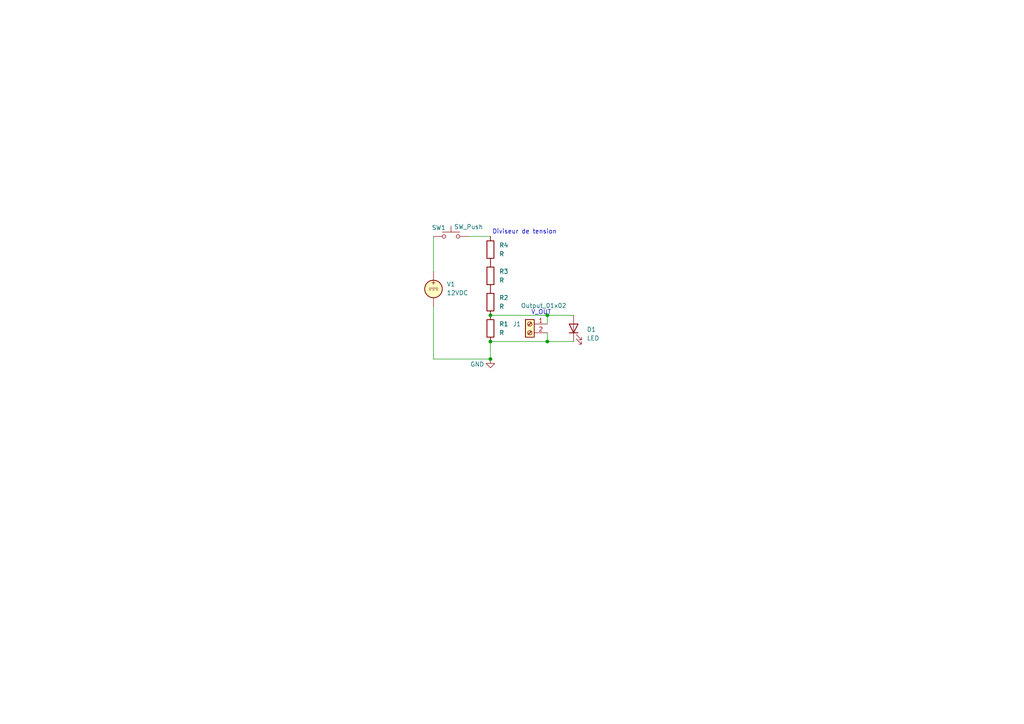
<source format=kicad_sch>
(kicad_sch
	(version 20250114)
	(generator "eeschema")
	(generator_version "9.0")
	(uuid "cdcf81af-fd14-4b9b-81a0-213bd048bf60")
	(paper "A4")
	(lib_symbols
		(symbol "Connector:Screw_Terminal_01x02"
			(pin_names
				(offset 1.016)
				(hide yes)
			)
			(exclude_from_sim no)
			(in_bom yes)
			(on_board yes)
			(property "Reference" "J"
				(at 0 2.54 0)
				(effects
					(font
						(size 1.27 1.27)
					)
				)
			)
			(property "Value" "Screw_Terminal_01x02"
				(at 0 -5.08 0)
				(effects
					(font
						(size 1.27 1.27)
					)
				)
			)
			(property "Footprint" ""
				(at 0 0 0)
				(effects
					(font
						(size 1.27 1.27)
					)
					(hide yes)
				)
			)
			(property "Datasheet" "~"
				(at 0 0 0)
				(effects
					(font
						(size 1.27 1.27)
					)
					(hide yes)
				)
			)
			(property "Description" "Generic screw terminal, single row, 01x02, script generated (kicad-library-utils/schlib/autogen/connector/)"
				(at 0 0 0)
				(effects
					(font
						(size 1.27 1.27)
					)
					(hide yes)
				)
			)
			(property "ki_keywords" "screw terminal"
				(at 0 0 0)
				(effects
					(font
						(size 1.27 1.27)
					)
					(hide yes)
				)
			)
			(property "ki_fp_filters" "TerminalBlock*:*"
				(at 0 0 0)
				(effects
					(font
						(size 1.27 1.27)
					)
					(hide yes)
				)
			)
			(symbol "Screw_Terminal_01x02_1_1"
				(rectangle
					(start -1.27 1.27)
					(end 1.27 -3.81)
					(stroke
						(width 0.254)
						(type default)
					)
					(fill
						(type background)
					)
				)
				(polyline
					(pts
						(xy -0.5334 0.3302) (xy 0.3302 -0.508)
					)
					(stroke
						(width 0.1524)
						(type default)
					)
					(fill
						(type none)
					)
				)
				(polyline
					(pts
						(xy -0.5334 -2.2098) (xy 0.3302 -3.048)
					)
					(stroke
						(width 0.1524)
						(type default)
					)
					(fill
						(type none)
					)
				)
				(polyline
					(pts
						(xy -0.3556 0.508) (xy 0.508 -0.3302)
					)
					(stroke
						(width 0.1524)
						(type default)
					)
					(fill
						(type none)
					)
				)
				(polyline
					(pts
						(xy -0.3556 -2.032) (xy 0.508 -2.8702)
					)
					(stroke
						(width 0.1524)
						(type default)
					)
					(fill
						(type none)
					)
				)
				(circle
					(center 0 0)
					(radius 0.635)
					(stroke
						(width 0.1524)
						(type default)
					)
					(fill
						(type none)
					)
				)
				(circle
					(center 0 -2.54)
					(radius 0.635)
					(stroke
						(width 0.1524)
						(type default)
					)
					(fill
						(type none)
					)
				)
				(pin passive line
					(at -5.08 0 0)
					(length 3.81)
					(name "Pin_1"
						(effects
							(font
								(size 1.27 1.27)
							)
						)
					)
					(number "1"
						(effects
							(font
								(size 1.27 1.27)
							)
						)
					)
				)
				(pin passive line
					(at -5.08 -2.54 0)
					(length 3.81)
					(name "Pin_2"
						(effects
							(font
								(size 1.27 1.27)
							)
						)
					)
					(number "2"
						(effects
							(font
								(size 1.27 1.27)
							)
						)
					)
				)
			)
			(embedded_fonts no)
		)
		(symbol "Device:LED"
			(pin_numbers
				(hide yes)
			)
			(pin_names
				(offset 1.016)
				(hide yes)
			)
			(exclude_from_sim no)
			(in_bom yes)
			(on_board yes)
			(property "Reference" "D"
				(at 0 2.54 0)
				(effects
					(font
						(size 1.27 1.27)
					)
				)
			)
			(property "Value" "LED"
				(at 0 -2.54 0)
				(effects
					(font
						(size 1.27 1.27)
					)
				)
			)
			(property "Footprint" ""
				(at 0 0 0)
				(effects
					(font
						(size 1.27 1.27)
					)
					(hide yes)
				)
			)
			(property "Datasheet" "~"
				(at 0 0 0)
				(effects
					(font
						(size 1.27 1.27)
					)
					(hide yes)
				)
			)
			(property "Description" "Light emitting diode"
				(at 0 0 0)
				(effects
					(font
						(size 1.27 1.27)
					)
					(hide yes)
				)
			)
			(property "Sim.Pins" "1=K 2=A"
				(at 0 0 0)
				(effects
					(font
						(size 1.27 1.27)
					)
					(hide yes)
				)
			)
			(property "ki_keywords" "LED diode"
				(at 0 0 0)
				(effects
					(font
						(size 1.27 1.27)
					)
					(hide yes)
				)
			)
			(property "ki_fp_filters" "LED* LED_SMD:* LED_THT:*"
				(at 0 0 0)
				(effects
					(font
						(size 1.27 1.27)
					)
					(hide yes)
				)
			)
			(symbol "LED_0_1"
				(polyline
					(pts
						(xy -3.048 -0.762) (xy -4.572 -2.286) (xy -3.81 -2.286) (xy -4.572 -2.286) (xy -4.572 -1.524)
					)
					(stroke
						(width 0)
						(type default)
					)
					(fill
						(type none)
					)
				)
				(polyline
					(pts
						(xy -1.778 -0.762) (xy -3.302 -2.286) (xy -2.54 -2.286) (xy -3.302 -2.286) (xy -3.302 -1.524)
					)
					(stroke
						(width 0)
						(type default)
					)
					(fill
						(type none)
					)
				)
				(polyline
					(pts
						(xy -1.27 0) (xy 1.27 0)
					)
					(stroke
						(width 0)
						(type default)
					)
					(fill
						(type none)
					)
				)
				(polyline
					(pts
						(xy -1.27 -1.27) (xy -1.27 1.27)
					)
					(stroke
						(width 0.254)
						(type default)
					)
					(fill
						(type none)
					)
				)
				(polyline
					(pts
						(xy 1.27 -1.27) (xy 1.27 1.27) (xy -1.27 0) (xy 1.27 -1.27)
					)
					(stroke
						(width 0.254)
						(type default)
					)
					(fill
						(type none)
					)
				)
			)
			(symbol "LED_1_1"
				(pin passive line
					(at -3.81 0 0)
					(length 2.54)
					(name "K"
						(effects
							(font
								(size 1.27 1.27)
							)
						)
					)
					(number "1"
						(effects
							(font
								(size 1.27 1.27)
							)
						)
					)
				)
				(pin passive line
					(at 3.81 0 180)
					(length 2.54)
					(name "A"
						(effects
							(font
								(size 1.27 1.27)
							)
						)
					)
					(number "2"
						(effects
							(font
								(size 1.27 1.27)
							)
						)
					)
				)
			)
			(embedded_fonts no)
		)
		(symbol "Device:R"
			(pin_numbers
				(hide yes)
			)
			(pin_names
				(offset 0)
			)
			(exclude_from_sim no)
			(in_bom yes)
			(on_board yes)
			(property "Reference" "R"
				(at 2.032 0 90)
				(effects
					(font
						(size 1.27 1.27)
					)
				)
			)
			(property "Value" "R"
				(at 0 0 90)
				(effects
					(font
						(size 1.27 1.27)
					)
				)
			)
			(property "Footprint" ""
				(at -1.778 0 90)
				(effects
					(font
						(size 1.27 1.27)
					)
					(hide yes)
				)
			)
			(property "Datasheet" "~"
				(at 0 0 0)
				(effects
					(font
						(size 1.27 1.27)
					)
					(hide yes)
				)
			)
			(property "Description" "Resistor"
				(at 0 0 0)
				(effects
					(font
						(size 1.27 1.27)
					)
					(hide yes)
				)
			)
			(property "ki_keywords" "R res resistor"
				(at 0 0 0)
				(effects
					(font
						(size 1.27 1.27)
					)
					(hide yes)
				)
			)
			(property "ki_fp_filters" "R_*"
				(at 0 0 0)
				(effects
					(font
						(size 1.27 1.27)
					)
					(hide yes)
				)
			)
			(symbol "R_0_1"
				(rectangle
					(start -1.016 -2.54)
					(end 1.016 2.54)
					(stroke
						(width 0.254)
						(type default)
					)
					(fill
						(type none)
					)
				)
			)
			(symbol "R_1_1"
				(pin passive line
					(at 0 3.81 270)
					(length 1.27)
					(name "~"
						(effects
							(font
								(size 1.27 1.27)
							)
						)
					)
					(number "1"
						(effects
							(font
								(size 1.27 1.27)
							)
						)
					)
				)
				(pin passive line
					(at 0 -3.81 90)
					(length 1.27)
					(name "~"
						(effects
							(font
								(size 1.27 1.27)
							)
						)
					)
					(number "2"
						(effects
							(font
								(size 1.27 1.27)
							)
						)
					)
				)
			)
			(embedded_fonts no)
		)
		(symbol "Simulation_SPICE:VDC"
			(pin_numbers
				(hide yes)
			)
			(pin_names
				(offset 0.0254)
			)
			(exclude_from_sim no)
			(in_bom yes)
			(on_board yes)
			(property "Reference" "V"
				(at 2.54 2.54 0)
				(effects
					(font
						(size 1.27 1.27)
					)
					(justify left)
				)
			)
			(property "Value" "1"
				(at 2.54 0 0)
				(effects
					(font
						(size 1.27 1.27)
					)
					(justify left)
				)
			)
			(property "Footprint" ""
				(at 0 0 0)
				(effects
					(font
						(size 1.27 1.27)
					)
					(hide yes)
				)
			)
			(property "Datasheet" "https://ngspice.sourceforge.io/docs/ngspice-html-manual/manual.xhtml#sec_Independent_Sources_for"
				(at 0 0 0)
				(effects
					(font
						(size 1.27 1.27)
					)
					(hide yes)
				)
			)
			(property "Description" "Voltage source, DC"
				(at 0 0 0)
				(effects
					(font
						(size 1.27 1.27)
					)
					(hide yes)
				)
			)
			(property "Sim.Pins" "1=+ 2=-"
				(at 0 0 0)
				(effects
					(font
						(size 1.27 1.27)
					)
					(hide yes)
				)
			)
			(property "Sim.Type" "DC"
				(at 0 0 0)
				(effects
					(font
						(size 1.27 1.27)
					)
					(hide yes)
				)
			)
			(property "Sim.Device" "V"
				(at 0 0 0)
				(effects
					(font
						(size 1.27 1.27)
					)
					(justify left)
					(hide yes)
				)
			)
			(property "ki_keywords" "simulation"
				(at 0 0 0)
				(effects
					(font
						(size 1.27 1.27)
					)
					(hide yes)
				)
			)
			(symbol "VDC_0_0"
				(polyline
					(pts
						(xy -1.27 0.254) (xy 1.27 0.254)
					)
					(stroke
						(width 0)
						(type default)
					)
					(fill
						(type none)
					)
				)
				(polyline
					(pts
						(xy -0.762 -0.254) (xy -1.27 -0.254)
					)
					(stroke
						(width 0)
						(type default)
					)
					(fill
						(type none)
					)
				)
				(polyline
					(pts
						(xy 0.254 -0.254) (xy -0.254 -0.254)
					)
					(stroke
						(width 0)
						(type default)
					)
					(fill
						(type none)
					)
				)
				(polyline
					(pts
						(xy 1.27 -0.254) (xy 0.762 -0.254)
					)
					(stroke
						(width 0)
						(type default)
					)
					(fill
						(type none)
					)
				)
				(text "+"
					(at 0 1.905 0)
					(effects
						(font
							(size 1.27 1.27)
						)
					)
				)
			)
			(symbol "VDC_0_1"
				(circle
					(center 0 0)
					(radius 2.54)
					(stroke
						(width 0.254)
						(type default)
					)
					(fill
						(type background)
					)
				)
			)
			(symbol "VDC_1_1"
				(pin passive line
					(at 0 5.08 270)
					(length 2.54)
					(name "~"
						(effects
							(font
								(size 1.27 1.27)
							)
						)
					)
					(number "1"
						(effects
							(font
								(size 1.27 1.27)
							)
						)
					)
				)
				(pin passive line
					(at 0 -5.08 90)
					(length 2.54)
					(name "~"
						(effects
							(font
								(size 1.27 1.27)
							)
						)
					)
					(number "2"
						(effects
							(font
								(size 1.27 1.27)
							)
						)
					)
				)
			)
			(embedded_fonts no)
		)
		(symbol "Switch:SW_Push"
			(pin_numbers
				(hide yes)
			)
			(pin_names
				(offset 1.016)
				(hide yes)
			)
			(exclude_from_sim no)
			(in_bom yes)
			(on_board yes)
			(property "Reference" "SW"
				(at 1.27 2.54 0)
				(effects
					(font
						(size 1.27 1.27)
					)
					(justify left)
				)
			)
			(property "Value" "SW_Push"
				(at 0 -1.524 0)
				(effects
					(font
						(size 1.27 1.27)
					)
				)
			)
			(property "Footprint" ""
				(at 0 5.08 0)
				(effects
					(font
						(size 1.27 1.27)
					)
					(hide yes)
				)
			)
			(property "Datasheet" "~"
				(at 0 5.08 0)
				(effects
					(font
						(size 1.27 1.27)
					)
					(hide yes)
				)
			)
			(property "Description" "Push button switch, generic, two pins"
				(at 0 0 0)
				(effects
					(font
						(size 1.27 1.27)
					)
					(hide yes)
				)
			)
			(property "ki_keywords" "switch normally-open pushbutton push-button"
				(at 0 0 0)
				(effects
					(font
						(size 1.27 1.27)
					)
					(hide yes)
				)
			)
			(symbol "SW_Push_0_1"
				(circle
					(center -2.032 0)
					(radius 0.508)
					(stroke
						(width 0)
						(type default)
					)
					(fill
						(type none)
					)
				)
				(polyline
					(pts
						(xy 0 1.27) (xy 0 3.048)
					)
					(stroke
						(width 0)
						(type default)
					)
					(fill
						(type none)
					)
				)
				(circle
					(center 2.032 0)
					(radius 0.508)
					(stroke
						(width 0)
						(type default)
					)
					(fill
						(type none)
					)
				)
				(polyline
					(pts
						(xy 2.54 1.27) (xy -2.54 1.27)
					)
					(stroke
						(width 0)
						(type default)
					)
					(fill
						(type none)
					)
				)
				(pin passive line
					(at -5.08 0 0)
					(length 2.54)
					(name "1"
						(effects
							(font
								(size 1.27 1.27)
							)
						)
					)
					(number "1"
						(effects
							(font
								(size 1.27 1.27)
							)
						)
					)
				)
				(pin passive line
					(at 5.08 0 180)
					(length 2.54)
					(name "2"
						(effects
							(font
								(size 1.27 1.27)
							)
						)
					)
					(number "2"
						(effects
							(font
								(size 1.27 1.27)
							)
						)
					)
				)
			)
			(embedded_fonts no)
		)
		(symbol "power:GND"
			(power)
			(pin_numbers
				(hide yes)
			)
			(pin_names
				(offset 0)
				(hide yes)
			)
			(exclude_from_sim no)
			(in_bom yes)
			(on_board yes)
			(property "Reference" "#PWR"
				(at 0 -6.35 0)
				(effects
					(font
						(size 1.27 1.27)
					)
					(hide yes)
				)
			)
			(property "Value" "GND"
				(at 0 -3.81 0)
				(effects
					(font
						(size 1.27 1.27)
					)
				)
			)
			(property "Footprint" ""
				(at 0 0 0)
				(effects
					(font
						(size 1.27 1.27)
					)
					(hide yes)
				)
			)
			(property "Datasheet" ""
				(at 0 0 0)
				(effects
					(font
						(size 1.27 1.27)
					)
					(hide yes)
				)
			)
			(property "Description" "Power symbol creates a global label with name \"GND\" , ground"
				(at 0 0 0)
				(effects
					(font
						(size 1.27 1.27)
					)
					(hide yes)
				)
			)
			(property "ki_keywords" "global power"
				(at 0 0 0)
				(effects
					(font
						(size 1.27 1.27)
					)
					(hide yes)
				)
			)
			(symbol "GND_0_1"
				(polyline
					(pts
						(xy 0 0) (xy 0 -1.27) (xy 1.27 -1.27) (xy 0 -2.54) (xy -1.27 -1.27) (xy 0 -1.27)
					)
					(stroke
						(width 0)
						(type default)
					)
					(fill
						(type none)
					)
				)
			)
			(symbol "GND_1_1"
				(pin power_in line
					(at 0 0 270)
					(length 0)
					(name "~"
						(effects
							(font
								(size 1.27 1.27)
							)
						)
					)
					(number "1"
						(effects
							(font
								(size 1.27 1.27)
							)
						)
					)
				)
			)
			(embedded_fonts no)
		)
	)
	(text "V_OUT"
		(exclude_from_sim no)
		(at 156.972 90.678 0)
		(effects
			(font
				(size 1.27 1.27)
			)
		)
		(uuid "751531a1-3bb5-4b61-9f10-413f6ff00a78")
	)
	(text "Diviseur de tension"
		(exclude_from_sim no)
		(at 152.146 67.31 0)
		(effects
			(font
				(size 1.27 1.27)
			)
		)
		(uuid "df422f37-e0c6-48b4-8727-0967b6e1aedd")
	)
	(junction
		(at 142.24 104.14)
		(diameter 0)
		(color 0 0 0 0)
		(uuid "61a6a1a5-88ee-4ff4-bc59-62887807e103")
	)
	(junction
		(at 158.75 99.06)
		(diameter 0)
		(color 0 0 0 0)
		(uuid "6442f619-b33f-48cd-ad86-a4973f8e2855")
	)
	(junction
		(at 142.24 99.06)
		(diameter 0)
		(color 0 0 0 0)
		(uuid "6c133840-65bd-48a6-9fc0-3a097ff30f5b")
	)
	(junction
		(at 142.24 91.44)
		(diameter 0)
		(color 0 0 0 0)
		(uuid "d42588ff-61bb-4883-bf51-d1a158fab02a")
	)
	(junction
		(at 158.75 91.44)
		(diameter 0)
		(color 0 0 0 0)
		(uuid "e10d4d39-6685-4584-bc7c-47c8fd35e932")
	)
	(wire
		(pts
			(xy 125.73 104.14) (xy 142.24 104.14)
		)
		(stroke
			(width 0)
			(type default)
		)
		(uuid "41250525-6100-40c9-9500-b8f9a41a92df")
	)
	(wire
		(pts
			(xy 125.73 68.58) (xy 125.73 78.74)
		)
		(stroke
			(width 0)
			(type default)
		)
		(uuid "4c1fd295-23d2-4889-986b-5f6c09ef7479")
	)
	(wire
		(pts
			(xy 142.24 91.44) (xy 158.75 91.44)
		)
		(stroke
			(width 0)
			(type default)
		)
		(uuid "8253f5b0-e488-437c-aca2-081b74d1fe1f")
	)
	(wire
		(pts
			(xy 142.24 99.06) (xy 158.75 99.06)
		)
		(stroke
			(width 0)
			(type default)
		)
		(uuid "a16cc1a3-0ed2-4e73-a72e-db0faf19e81a")
	)
	(wire
		(pts
			(xy 158.75 91.44) (xy 158.75 93.98)
		)
		(stroke
			(width 0)
			(type default)
		)
		(uuid "c7482d8f-37b3-467d-81fb-97e9d9f857f6")
	)
	(wire
		(pts
			(xy 158.75 96.52) (xy 158.75 99.06)
		)
		(stroke
			(width 0)
			(type default)
		)
		(uuid "ce19931e-e40c-4c3d-af3e-3a1c431d85d3")
	)
	(wire
		(pts
			(xy 158.75 99.06) (xy 166.37 99.06)
		)
		(stroke
			(width 0)
			(type default)
		)
		(uuid "d32992d6-b01b-47d3-a257-526409134ccd")
	)
	(wire
		(pts
			(xy 142.24 99.06) (xy 142.24 104.14)
		)
		(stroke
			(width 0)
			(type default)
		)
		(uuid "d6b45064-11b4-4958-9acb-aedcea6565b7")
	)
	(wire
		(pts
			(xy 158.75 91.44) (xy 166.37 91.44)
		)
		(stroke
			(width 0)
			(type default)
		)
		(uuid "eb009e2c-fd7b-42a8-853d-97ddac792bd2")
	)
	(wire
		(pts
			(xy 135.89 68.58) (xy 142.24 68.58)
		)
		(stroke
			(width 0)
			(type default)
		)
		(uuid "ebaa35ee-ff6e-4310-948b-a396517e6c72")
	)
	(wire
		(pts
			(xy 125.73 88.9) (xy 125.73 104.14)
		)
		(stroke
			(width 0)
			(type default)
		)
		(uuid "fdaca225-d8cf-429d-957f-03df1e9d96ff")
	)
	(symbol
		(lib_id "Device:R")
		(at 142.24 95.25 0)
		(unit 1)
		(exclude_from_sim no)
		(in_bom yes)
		(on_board yes)
		(dnp no)
		(fields_autoplaced yes)
		(uuid "743672a0-3824-43db-8568-372b6b14740c")
		(property "Reference" "R1"
			(at 144.78 93.9799 0)
			(effects
				(font
					(size 1.27 1.27)
				)
				(justify left)
			)
		)
		(property "Value" "R"
			(at 144.78 96.5199 0)
			(effects
				(font
					(size 1.27 1.27)
				)
				(justify left)
			)
		)
		(property "Footprint" ""
			(at 140.462 95.25 90)
			(effects
				(font
					(size 1.27 1.27)
				)
				(hide yes)
			)
		)
		(property "Datasheet" "~"
			(at 142.24 95.25 0)
			(effects
				(font
					(size 1.27 1.27)
				)
				(hide yes)
			)
		)
		(property "Description" "Resistor"
			(at 142.24 95.25 0)
			(effects
				(font
					(size 1.27 1.27)
				)
				(hide yes)
			)
		)
		(pin "2"
			(uuid "8e2e35e9-8063-4580-954e-d386b72477e4")
		)
		(pin "1"
			(uuid "dc1ab5a4-b779-4571-990d-57fd22e18abc")
		)
		(instances
			(project ""
				(path "/cdcf81af-fd14-4b9b-81a0-213bd048bf60"
					(reference "R1")
					(unit 1)
				)
			)
		)
	)
	(symbol
		(lib_id "power:GND")
		(at 142.24 104.14 0)
		(unit 1)
		(exclude_from_sim no)
		(in_bom yes)
		(on_board yes)
		(dnp no)
		(uuid "780876e6-5a2c-45b9-9065-f1f426839c49")
		(property "Reference" "#PWR01"
			(at 142.24 110.49 0)
			(effects
				(font
					(size 1.27 1.27)
				)
				(hide yes)
			)
		)
		(property "Value" "GND"
			(at 138.43 105.664 0)
			(effects
				(font
					(size 1.27 1.27)
				)
			)
		)
		(property "Footprint" ""
			(at 142.24 104.14 0)
			(effects
				(font
					(size 1.27 1.27)
				)
				(hide yes)
			)
		)
		(property "Datasheet" ""
			(at 142.24 104.14 0)
			(effects
				(font
					(size 1.27 1.27)
				)
				(hide yes)
			)
		)
		(property "Description" "Power symbol creates a global label with name \"GND\" , ground"
			(at 142.24 104.14 0)
			(effects
				(font
					(size 1.27 1.27)
				)
				(hide yes)
			)
		)
		(pin "1"
			(uuid "47f4ed51-9487-4daa-9d5b-3d9187ce4c87")
		)
		(instances
			(project ""
				(path "/cdcf81af-fd14-4b9b-81a0-213bd048bf60"
					(reference "#PWR01")
					(unit 1)
				)
			)
		)
	)
	(symbol
		(lib_id "Simulation_SPICE:VDC")
		(at 125.73 83.82 0)
		(unit 1)
		(exclude_from_sim no)
		(in_bom yes)
		(on_board yes)
		(dnp no)
		(fields_autoplaced yes)
		(uuid "798bf410-c485-4e84-845f-a50c6769351d")
		(property "Reference" "V1"
			(at 129.54 82.4201 0)
			(effects
				(font
					(size 1.27 1.27)
				)
				(justify left)
			)
		)
		(property "Value" "12VDC"
			(at 129.54 84.9601 0)
			(effects
				(font
					(size 1.27 1.27)
				)
				(justify left)
			)
		)
		(property "Footprint" ""
			(at 125.73 83.82 0)
			(effects
				(font
					(size 1.27 1.27)
				)
				(hide yes)
			)
		)
		(property "Datasheet" "https://ngspice.sourceforge.io/docs/ngspice-html-manual/manual.xhtml#sec_Independent_Sources_for"
			(at 125.73 83.82 0)
			(effects
				(font
					(size 1.27 1.27)
				)
				(hide yes)
			)
		)
		(property "Description" "Voltage source, DC"
			(at 125.73 83.82 0)
			(effects
				(font
					(size 1.27 1.27)
				)
				(hide yes)
			)
		)
		(property "Sim.Pins" "1=+ 2=-"
			(at 125.73 83.82 0)
			(effects
				(font
					(size 1.27 1.27)
				)
				(hide yes)
			)
		)
		(property "Sim.Type" "DC"
			(at 125.73 83.82 0)
			(effects
				(font
					(size 1.27 1.27)
				)
				(hide yes)
			)
		)
		(property "Sim.Device" "V"
			(at 125.73 83.82 0)
			(effects
				(font
					(size 1.27 1.27)
				)
				(justify left)
				(hide yes)
			)
		)
		(pin "1"
			(uuid "ed0da0e7-9f97-4cca-9649-472697d9db61")
		)
		(pin "2"
			(uuid "68b3dc58-ccf6-45fa-8acd-f769f0b161c2")
		)
		(instances
			(project ""
				(path "/cdcf81af-fd14-4b9b-81a0-213bd048bf60"
					(reference "V1")
					(unit 1)
				)
			)
		)
	)
	(symbol
		(lib_id "Device:R")
		(at 142.24 80.01 0)
		(unit 1)
		(exclude_from_sim no)
		(in_bom yes)
		(on_board yes)
		(dnp no)
		(fields_autoplaced yes)
		(uuid "7ddcad10-6935-47fd-9884-8448adfc2d41")
		(property "Reference" "R3"
			(at 144.78 78.7399 0)
			(effects
				(font
					(size 1.27 1.27)
				)
				(justify left)
			)
		)
		(property "Value" "R"
			(at 144.78 81.2799 0)
			(effects
				(font
					(size 1.27 1.27)
				)
				(justify left)
			)
		)
		(property "Footprint" ""
			(at 140.462 80.01 90)
			(effects
				(font
					(size 1.27 1.27)
				)
				(hide yes)
			)
		)
		(property "Datasheet" "~"
			(at 142.24 80.01 0)
			(effects
				(font
					(size 1.27 1.27)
				)
				(hide yes)
			)
		)
		(property "Description" "Resistor"
			(at 142.24 80.01 0)
			(effects
				(font
					(size 1.27 1.27)
				)
				(hide yes)
			)
		)
		(pin "2"
			(uuid "dc9eb90a-b937-4a7b-b836-f8822b40d7c8")
		)
		(pin "1"
			(uuid "1012dcfc-022d-444f-9a28-74a8e985fde4")
		)
		(instances
			(project "Diviseur_tension"
				(path "/cdcf81af-fd14-4b9b-81a0-213bd048bf60"
					(reference "R3")
					(unit 1)
				)
			)
		)
	)
	(symbol
		(lib_id "Device:R")
		(at 142.24 87.63 0)
		(unit 1)
		(exclude_from_sim no)
		(in_bom yes)
		(on_board yes)
		(dnp no)
		(fields_autoplaced yes)
		(uuid "82c2fa89-c5c6-43c9-8b31-11ec9a78a9e8")
		(property "Reference" "R2"
			(at 144.78 86.3599 0)
			(effects
				(font
					(size 1.27 1.27)
				)
				(justify left)
			)
		)
		(property "Value" "R"
			(at 144.78 88.8999 0)
			(effects
				(font
					(size 1.27 1.27)
				)
				(justify left)
			)
		)
		(property "Footprint" ""
			(at 140.462 87.63 90)
			(effects
				(font
					(size 1.27 1.27)
				)
				(hide yes)
			)
		)
		(property "Datasheet" "~"
			(at 142.24 87.63 0)
			(effects
				(font
					(size 1.27 1.27)
				)
				(hide yes)
			)
		)
		(property "Description" "Resistor"
			(at 142.24 87.63 0)
			(effects
				(font
					(size 1.27 1.27)
				)
				(hide yes)
			)
		)
		(pin "2"
			(uuid "b0b54f9a-ebc1-4da5-93b3-f8bba6d896d3")
		)
		(pin "1"
			(uuid "504f539e-102f-4ae4-beb9-e9d053eb0933")
		)
		(instances
			(project "Diviseur_tension"
				(path "/cdcf81af-fd14-4b9b-81a0-213bd048bf60"
					(reference "R2")
					(unit 1)
				)
			)
		)
	)
	(symbol
		(lib_id "Device:LED")
		(at 166.37 95.25 90)
		(unit 1)
		(exclude_from_sim no)
		(in_bom yes)
		(on_board yes)
		(dnp no)
		(fields_autoplaced yes)
		(uuid "c804ac27-cb08-404f-94c7-96cce2fefdcb")
		(property "Reference" "D1"
			(at 170.18 95.5674 90)
			(effects
				(font
					(size 1.27 1.27)
				)
				(justify right)
			)
		)
		(property "Value" "LED"
			(at 170.18 98.1074 90)
			(effects
				(font
					(size 1.27 1.27)
				)
				(justify right)
			)
		)
		(property "Footprint" ""
			(at 166.37 95.25 0)
			(effects
				(font
					(size 1.27 1.27)
				)
				(hide yes)
			)
		)
		(property "Datasheet" "~"
			(at 166.37 95.25 0)
			(effects
				(font
					(size 1.27 1.27)
				)
				(hide yes)
			)
		)
		(property "Description" "Light emitting diode"
			(at 166.37 95.25 0)
			(effects
				(font
					(size 1.27 1.27)
				)
				(hide yes)
			)
		)
		(property "Sim.Pins" "1=K 2=A"
			(at 166.37 95.25 0)
			(effects
				(font
					(size 1.27 1.27)
				)
				(hide yes)
			)
		)
		(pin "2"
			(uuid "6e5c3f0e-6706-467e-9301-2fe5eff19cc8")
		)
		(pin "1"
			(uuid "a0a18a6e-1843-4451-b9f1-c015561476e7")
		)
		(instances
			(project ""
				(path "/cdcf81af-fd14-4b9b-81a0-213bd048bf60"
					(reference "D1")
					(unit 1)
				)
			)
		)
	)
	(symbol
		(lib_id "Device:R")
		(at 142.24 72.39 0)
		(unit 1)
		(exclude_from_sim no)
		(in_bom yes)
		(on_board yes)
		(dnp no)
		(fields_autoplaced yes)
		(uuid "ea93646e-e3d8-4d35-a15e-7d2e534e8672")
		(property "Reference" "R4"
			(at 144.78 71.1199 0)
			(effects
				(font
					(size 1.27 1.27)
				)
				(justify left)
			)
		)
		(property "Value" "R"
			(at 144.78 73.6599 0)
			(effects
				(font
					(size 1.27 1.27)
				)
				(justify left)
			)
		)
		(property "Footprint" ""
			(at 140.462 72.39 90)
			(effects
				(font
					(size 1.27 1.27)
				)
				(hide yes)
			)
		)
		(property "Datasheet" "~"
			(at 142.24 72.39 0)
			(effects
				(font
					(size 1.27 1.27)
				)
				(hide yes)
			)
		)
		(property "Description" "Resistor"
			(at 142.24 72.39 0)
			(effects
				(font
					(size 1.27 1.27)
				)
				(hide yes)
			)
		)
		(pin "2"
			(uuid "03d2d211-e504-41e2-a43c-ed5181f1a583")
		)
		(pin "1"
			(uuid "68223cba-de56-447c-8d9f-8a35bea84a35")
		)
		(instances
			(project "Diviseur_tension"
				(path "/cdcf81af-fd14-4b9b-81a0-213bd048bf60"
					(reference "R4")
					(unit 1)
				)
			)
		)
	)
	(symbol
		(lib_id "Connector:Screw_Terminal_01x02")
		(at 153.67 93.98 0)
		(mirror y)
		(unit 1)
		(exclude_from_sim no)
		(in_bom yes)
		(on_board yes)
		(dnp no)
		(uuid "edaecdea-b15b-486e-9204-991d76cabfdc")
		(property "Reference" "J1"
			(at 151.13 93.9799 0)
			(effects
				(font
					(size 1.27 1.27)
				)
				(justify left)
			)
		)
		(property "Value" "Output_01x02"
			(at 164.338 88.646 0)
			(effects
				(font
					(size 1.27 1.27)
				)
				(justify left)
			)
		)
		(property "Footprint" ""
			(at 153.67 93.98 0)
			(effects
				(font
					(size 1.27 1.27)
				)
				(hide yes)
			)
		)
		(property "Datasheet" "~"
			(at 153.67 93.98 0)
			(effects
				(font
					(size 1.27 1.27)
				)
				(hide yes)
			)
		)
		(property "Description" "Generic screw terminal, single row, 01x02, script generated (kicad-library-utils/schlib/autogen/connector/)"
			(at 153.67 93.98 0)
			(effects
				(font
					(size 1.27 1.27)
				)
				(hide yes)
			)
		)
		(pin "1"
			(uuid "b82b8c1f-ed4c-48cf-b3d5-65d6e573f941")
		)
		(pin "2"
			(uuid "38ddb4f6-5f76-4ab8-a1e5-857fb9dc2418")
		)
		(instances
			(project ""
				(path "/cdcf81af-fd14-4b9b-81a0-213bd048bf60"
					(reference "J1")
					(unit 1)
				)
			)
		)
	)
	(symbol
		(lib_id "Switch:SW_Push")
		(at 130.81 68.58 0)
		(unit 1)
		(exclude_from_sim no)
		(in_bom yes)
		(on_board yes)
		(dnp no)
		(uuid "f4cdf884-8ab2-42d2-b367-9c8894692489")
		(property "Reference" "SW1"
			(at 127.254 66.04 0)
			(effects
				(font
					(size 1.27 1.27)
				)
			)
		)
		(property "Value" "SW_Push"
			(at 135.89 65.786 0)
			(effects
				(font
					(size 1.27 1.27)
				)
			)
		)
		(property "Footprint" ""
			(at 130.81 63.5 0)
			(effects
				(font
					(size 1.27 1.27)
				)
				(hide yes)
			)
		)
		(property "Datasheet" "~"
			(at 130.81 63.5 0)
			(effects
				(font
					(size 1.27 1.27)
				)
				(hide yes)
			)
		)
		(property "Description" "Push button switch, generic, two pins"
			(at 130.81 68.58 0)
			(effects
				(font
					(size 1.27 1.27)
				)
				(hide yes)
			)
		)
		(pin "2"
			(uuid "00be9a12-71f4-436b-b410-7a21c7c5c1b6")
		)
		(pin "1"
			(uuid "bd799780-ef8f-45a7-aa70-03106ba22eb8")
		)
		(instances
			(project ""
				(path "/cdcf81af-fd14-4b9b-81a0-213bd048bf60"
					(reference "SW1")
					(unit 1)
				)
			)
		)
	)
	(sheet_instances
		(path "/"
			(page "1")
		)
	)
	(embedded_fonts no)
)

</source>
